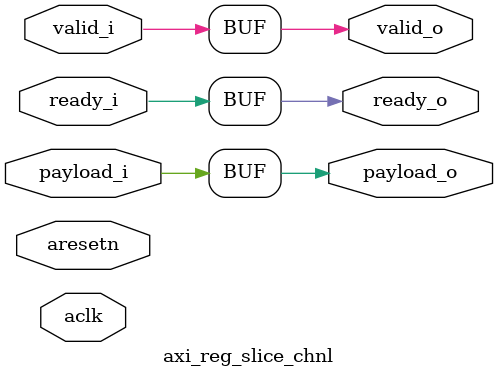
<source format=sv>
module axi_reg_slice_chnl #(
	parameter	TMO			= 0,	//	0-pass through mode
									//	1-forward timing mode
									//	2-full timing mode
									//	3-backward timing mode
	parameter	PLD_W		= 1,
    parameter   DFX_AC      = 1     // 0:default normal 2-slots; 1:for dfx ac coverage
)(
	// Outputs
	output					ready_o,
	output					valid_o,
	output	[PLD_W-1:0]		payload_o,	// output payload signal 

	// Inputs
	input					ready_i,
	input					valid_i,
	input	[PLD_W-1:0]		payload_i,	// input payload signal

	input	aclk,
	input	aresetn
);
// Local parameter declaration
localparam	RS_PAS_TMO	= 0;	//	0-pass through mode
localparam	RS_FWD_TMO	= 1;    //	1-forward timing mode
localparam	RS_FUL_TMO	= 2;    //	2-full timing mode
localparam	RS_BWD_TMO	= 3;    //	3-backward timing mode
// Internal signals declaration

// *******************************************************************
//	Pass through mode:
//		no registers are added to breake timing paths.
// *******************************************************************
generate if(TMO==RS_PAS_TMO)begin:	PAS_TMO_PROC
//

assign ready_o = ready_i;
assign valid_o = valid_i;
assign payload_o = payload_i;

end
// *******************************************************************
//	Forward timing mode:
//		valid_i && payload_i have to be registered.
// *******************************************************************
else if(TMO==RS_FWD_TMO)begin:	FWD_TMO_PROC
//
    cmm_pip_eb #(
    	.DWIDTH		( PLD_W			)
    )U_fwd_eb(
    	.i_clk		( aclk			),
    	.rst_n		( aresetn		),
    	.i_ready	( ready_i		),
    	.i_valid	( valid_i		),
    	.i_data		( payload_i		),
    	.o_valid	( valid_o		),
    	.o_ready	( ready_o		),
    	.o_data		( payload_o		)
    );

end
// *******************************************************************
//	Full timing mode:
//		both forward control path and backward control path have to be
//		registered.
// *******************************************************************
else if(TMO==RS_FUL_TMO)begin:	FUL_TMO_PROC
//
    if(DFX_AC==0)begin  // normal 2slots eb buffer
        cmm_2slots_eb #(
        	.DWIDTH		( PLD_W			)
        )U_ful_eb(
        	.i_clk		( aclk			),
        	.rst_n		( aresetn		),
        	.i_ready	( ready_i		),
        	.i_valid	( valid_i		),
        	.i_data		( payload_i		),
        	.o_valid	( valid_o		),
        	.o_ready	( ready_o		),
        	.o_data		( payload_o		)
        );
    end else begin              // for dfx ac coverage 2slots eb buffer
        cmm_2slots_eb_dfx #(
        	.DWIDTH		( PLD_W			)
        )U_ful_eb_dfx(
        	.i_clk		( aclk			),
        	.rst_n		( aresetn		),
        	.i_ready	( ready_i		),
        	.i_valid	( valid_i		),
        	.i_data		( payload_i		),
        	.o_valid	( valid_o		),
        	.o_ready	( ready_o		),
        	.o_data		( payload_o		)
        );
    end
end
// *******************************************************************
//	Backward timing mode:
//		only ready_i has to be registered.
// *******************************************************************
else if(TMO==RS_BWD_TMO)begin:	BWD_TMO_PROC
//

    cmm_byp_eb #(
    	.DWIDTH		( PLD_W			)
    )U_byp_eb(
    	.i_clk		( aclk			),
    	.rst_n		( aresetn		),
    	.i_ready	( ready_i		),
    	.i_valid	( valid_i		),
    	.i_data		( payload_i		),
    	.o_valid	( valid_o		),
    	.o_ready	( ready_o		),
    	.o_data		( payload_o		)
    );
    
end

endgenerate

endmodule

</source>
